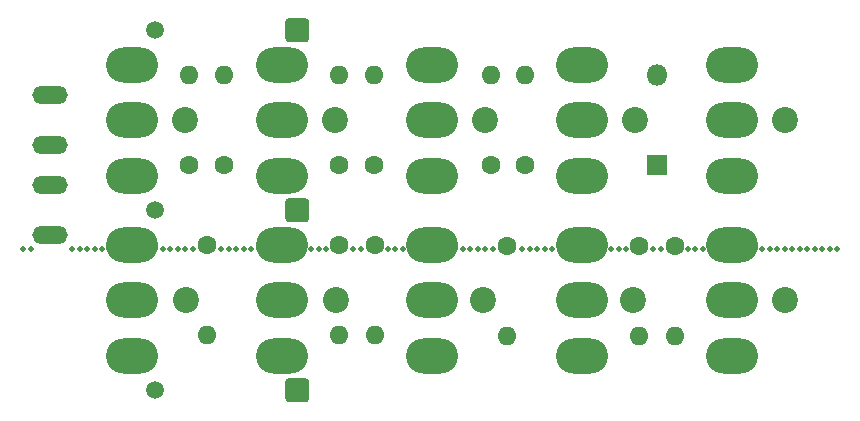
<source format=gbr>
%TF.GenerationSoftware,KiCad,Pcbnew,(5.1.9-0-10_14)*%
%TF.CreationDate,2021-04-30T00:14:49+02:00*%
%TF.ProjectId,CP-PP-miniEVsimulator,43502d50-502d-46d6-996e-69455673696d,rev?*%
%TF.SameCoordinates,Original*%
%TF.FileFunction,Soldermask,Bot*%
%TF.FilePolarity,Negative*%
%FSLAX46Y46*%
G04 Gerber Fmt 4.6, Leading zero omitted, Abs format (unit mm)*
G04 Created by KiCad (PCBNEW (5.1.9-0-10_14)) date 2021-04-30 00:14:49*
%MOMM*%
%LPD*%
G01*
G04 APERTURE LIST*
%ADD10O,3.000000X1.500000*%
%ADD11O,1.600000X1.600000*%
%ADD12C,1.600000*%
%ADD13C,2.200000*%
%ADD14C,0.500000*%
%ADD15O,4.400000X3.000000*%
%ADD16C,1.500000*%
%ADD17R,1.800000X1.800000*%
%ADD18O,1.800000X1.800000*%
G04 APERTURE END LIST*
D10*
%TO.C,REF\u002A\u002A*%
X94615000Y-141800000D03*
X94615000Y-137600000D03*
%TD*%
%TO.C,REF\u002A\u002A*%
X94615000Y-134180000D03*
X94615000Y-129980000D03*
%TD*%
D11*
%TO.C,R4*%
X131950000Y-128230000D03*
D12*
X131950000Y-135850000D03*
%TD*%
D13*
%TO.C,REF\u002A\u002A*%
X156845000Y-132080000D03*
%TD*%
D14*
%TO.C,mouse-bite-in-2mm-slot*%
X154305000Y-142938500D03*
%TD*%
%TO.C,mouse-bite-in-2mm-slot*%
X150558500Y-142938500D03*
%TD*%
%TO.C,mouse-bite-in-2mm-slot*%
X141541500Y-142938500D03*
%TD*%
%TO.C,mouse-bite-in-2mm-slot*%
X137795000Y-142938500D03*
%TD*%
%TO.C,mouse-bite-in-2mm-slot*%
X128968500Y-142938500D03*
%TD*%
%TO.C,mouse-bite-in-2mm-slot*%
X125158500Y-142938500D03*
%TD*%
%TO.C,mouse-bite-in-2mm-slot*%
X116141500Y-142938500D03*
%TD*%
%TO.C,mouse-bite-in-2mm-slot*%
X112331500Y-142938500D03*
%TD*%
%TO.C,mouse-bite-in-2mm-slot*%
X99631500Y-142938500D03*
%TD*%
%TO.C,mouse-bite-in-2mm-slot*%
X103568500Y-142938500D03*
%TD*%
%TO.C,mouse-bite-in-2mm-slot*%
X96520000Y-142938500D03*
%TD*%
%TO.C,mouse-bite-in-2mm-slot*%
X93027500Y-142938500D03*
%TD*%
%TO.C,mouse-bite-in-2mm-slot*%
X92392500Y-142938500D03*
%TD*%
%TO.C,mouse-bite-in-2mm-slot*%
X97155000Y-142938500D03*
%TD*%
%TO.C,mouse-bite-in-2mm-slot*%
X99060000Y-142938500D03*
%TD*%
%TO.C,mouse-bite-in-2mm-slot*%
X98425000Y-142938500D03*
%TD*%
%TO.C,mouse-bite-in-2mm-slot*%
X97790000Y-142938500D03*
%TD*%
%TO.C,mouse-bite-in-2mm-slot*%
X104838500Y-142938500D03*
%TD*%
%TO.C,mouse-bite-in-2mm-slot*%
X104203500Y-142938500D03*
%TD*%
%TO.C,mouse-bite-in-2mm-slot*%
X109791500Y-142938500D03*
%TD*%
%TO.C,mouse-bite-in-2mm-slot*%
X109156500Y-142938500D03*
%TD*%
%TO.C,mouse-bite-in-2mm-slot*%
X111696500Y-142938500D03*
%TD*%
%TO.C,mouse-bite-in-2mm-slot*%
X111061500Y-142938500D03*
%TD*%
%TO.C,mouse-bite-in-2mm-slot*%
X110426500Y-142938500D03*
%TD*%
%TO.C,mouse-bite-in-2mm-slot*%
X106743500Y-142938500D03*
%TD*%
%TO.C,mouse-bite-in-2mm-slot*%
X106108500Y-142938500D03*
%TD*%
%TO.C,mouse-bite-in-2mm-slot*%
X105473500Y-142938500D03*
%TD*%
%TO.C,mouse-bite-in-2mm-slot*%
X116776500Y-142938500D03*
%TD*%
%TO.C,mouse-bite-in-2mm-slot*%
X118046500Y-142938500D03*
%TD*%
%TO.C,mouse-bite-in-2mm-slot*%
X117411500Y-142938500D03*
%TD*%
%TO.C,mouse-bite-in-2mm-slot*%
X123253500Y-142938500D03*
%TD*%
%TO.C,mouse-bite-in-2mm-slot*%
X124523500Y-142938500D03*
%TD*%
%TO.C,mouse-bite-in-2mm-slot*%
X123888500Y-142938500D03*
%TD*%
%TO.C,mouse-bite-in-2mm-slot*%
X120967500Y-142938500D03*
%TD*%
%TO.C,mouse-bite-in-2mm-slot*%
X120332500Y-142938500D03*
%TD*%
%TO.C,mouse-bite-in-2mm-slot*%
X160020000Y-142938500D03*
%TD*%
%TO.C,mouse-bite-in-2mm-slot*%
X161290000Y-142938500D03*
%TD*%
%TO.C,mouse-bite-in-2mm-slot*%
X160655000Y-142938500D03*
%TD*%
%TO.C,mouse-bite-in-2mm-slot*%
X157480000Y-142938500D03*
%TD*%
%TO.C,mouse-bite-in-2mm-slot*%
X159385000Y-142938500D03*
%TD*%
%TO.C,mouse-bite-in-2mm-slot*%
X158750000Y-142938500D03*
%TD*%
%TO.C,mouse-bite-in-2mm-slot*%
X158115000Y-142938500D03*
%TD*%
%TO.C,mouse-bite-in-2mm-slot*%
X154940000Y-142938500D03*
%TD*%
%TO.C,mouse-bite-in-2mm-slot*%
X156845000Y-142938500D03*
%TD*%
%TO.C,mouse-bite-in-2mm-slot*%
X156210000Y-142938500D03*
%TD*%
%TO.C,mouse-bite-in-2mm-slot*%
X155575000Y-142938500D03*
%TD*%
%TO.C,mouse-bite-in-2mm-slot*%
X146367500Y-142938500D03*
%TD*%
%TO.C,mouse-bite-in-2mm-slot*%
X145732500Y-142938500D03*
%TD*%
%TO.C,mouse-bite-in-2mm-slot*%
X149923500Y-142938500D03*
%TD*%
%TO.C,mouse-bite-in-2mm-slot*%
X149288500Y-142938500D03*
%TD*%
%TO.C,mouse-bite-in-2mm-slot*%
X148653500Y-142938500D03*
%TD*%
%TO.C,mouse-bite-in-2mm-slot*%
X143446500Y-142938500D03*
%TD*%
%TO.C,mouse-bite-in-2mm-slot*%
X142811500Y-142938500D03*
%TD*%
%TO.C,mouse-bite-in-2mm-slot*%
X142176500Y-142938500D03*
%TD*%
%TO.C,mouse-bite-in-2mm-slot*%
X135255000Y-142938500D03*
%TD*%
%TO.C,mouse-bite-in-2mm-slot*%
X134620000Y-142938500D03*
%TD*%
%TO.C,mouse-bite-in-2mm-slot*%
X137160000Y-142938500D03*
%TD*%
%TO.C,mouse-bite-in-2mm-slot*%
X136525000Y-142938500D03*
%TD*%
%TO.C,mouse-bite-in-2mm-slot*%
X135890000Y-142938500D03*
%TD*%
%TO.C,mouse-bite-in-2mm-slot*%
X132143500Y-142938500D03*
%TD*%
%TO.C,mouse-bite-in-2mm-slot*%
X131508500Y-142938500D03*
%TD*%
%TO.C,mouse-bite-in-2mm-slot*%
X130873500Y-142938500D03*
%TD*%
%TO.C,mouse-bite-in-2mm-slot*%
X130238500Y-142938500D03*
%TD*%
%TO.C,mouse-bite-in-2mm-slot*%
X129603500Y-142938500D03*
%TD*%
D13*
%TO.C,REF\u002A\u002A*%
X156845000Y-147320000D03*
%TD*%
%TO.C,REF\u002A\u002A*%
X106172000Y-147320000D03*
%TD*%
%TO.C,REF\u002A\u002A*%
X118872000Y-147320000D03*
%TD*%
%TO.C,REF\u002A\u002A*%
X131318000Y-147320000D03*
%TD*%
%TO.C,REF\u002A\u002A*%
X144018000Y-147320000D03*
%TD*%
D15*
%TO.C,S10*%
X152400000Y-142620000D03*
X152400000Y-147320000D03*
X152400000Y-152020000D03*
%TD*%
%TO.C,S9*%
X139700000Y-142620000D03*
X139700000Y-147320000D03*
X139700000Y-152020000D03*
%TD*%
%TO.C,S8*%
X127000000Y-142620000D03*
X127000000Y-147320000D03*
X127000000Y-152020000D03*
%TD*%
%TO.C,S7*%
X114300000Y-142620000D03*
X114300000Y-147320000D03*
X114300000Y-152020000D03*
%TD*%
%TO.C,S6*%
X101600000Y-142620000D03*
X101600000Y-147320000D03*
X101600000Y-152020000D03*
%TD*%
D11*
%TO.C,R10*%
X147574000Y-150368000D03*
D12*
X147574000Y-142748000D03*
%TD*%
D11*
%TO.C,R9*%
X144526000Y-150368000D03*
D12*
X144526000Y-142748000D03*
%TD*%
D11*
%TO.C,R8*%
X133350000Y-150368000D03*
D12*
X133350000Y-142748000D03*
%TD*%
D11*
%TO.C,Ra7*%
X119126000Y-150241000D03*
D12*
X119126000Y-142621000D03*
%TD*%
D11*
%TO.C,R7*%
X122174000Y-150241000D03*
D12*
X122174000Y-142621000D03*
%TD*%
D11*
%TO.C,R6*%
X107950000Y-150241000D03*
D12*
X107950000Y-142621000D03*
%TD*%
D16*
%TO.C,J3*%
X103570000Y-154940000D03*
G36*
G01*
X116320000Y-155940000D02*
X114820000Y-155940000D01*
G75*
G02*
X114570000Y-155690000I0J250000D01*
G01*
X114570000Y-154190000D01*
G75*
G02*
X114820000Y-153940000I250000J0D01*
G01*
X116320000Y-153940000D01*
G75*
G02*
X116570000Y-154190000I0J-250000D01*
G01*
X116570000Y-155690000D01*
G75*
G02*
X116320000Y-155940000I-250000J0D01*
G01*
G37*
%TD*%
%TO.C,J1*%
G36*
G01*
X116320000Y-125460000D02*
X114820000Y-125460000D01*
G75*
G02*
X114570000Y-125210000I0J250000D01*
G01*
X114570000Y-123710000D01*
G75*
G02*
X114820000Y-123460000I250000J0D01*
G01*
X116320000Y-123460000D01*
G75*
G02*
X116570000Y-123710000I0J-250000D01*
G01*
X116570000Y-125210000D01*
G75*
G02*
X116320000Y-125460000I-250000J0D01*
G01*
G37*
X103570000Y-124460000D03*
%TD*%
D17*
%TO.C,D5*%
X146050000Y-135890000D03*
D18*
X146050000Y-128270000D03*
%TD*%
D12*
%TO.C,R1*%
X134850000Y-135870000D03*
D11*
X134850000Y-128250000D03*
%TD*%
D12*
%TO.C,R2*%
X106426000Y-135890000D03*
D11*
X106426000Y-128270000D03*
%TD*%
D12*
%TO.C,Ra2*%
X109410500Y-135890000D03*
D11*
X109410500Y-128270000D03*
%TD*%
D12*
%TO.C,R3*%
X119150000Y-135890000D03*
D11*
X119150000Y-128270000D03*
%TD*%
D12*
%TO.C,Ra4*%
X122100000Y-135890000D03*
D11*
X122100000Y-128270000D03*
%TD*%
%TO.C,J2*%
G36*
G01*
X116320000Y-140700000D02*
X114820000Y-140700000D01*
G75*
G02*
X114570000Y-140450000I0J250000D01*
G01*
X114570000Y-138950000D01*
G75*
G02*
X114820000Y-138700000I250000J0D01*
G01*
X116320000Y-138700000D01*
G75*
G02*
X116570000Y-138950000I0J-250000D01*
G01*
X116570000Y-140450000D01*
G75*
G02*
X116320000Y-140700000I-250000J0D01*
G01*
G37*
D16*
X103570000Y-139700000D03*
%TD*%
D15*
%TO.C,S2*%
X114300000Y-136780000D03*
X114300000Y-132080000D03*
X114300000Y-127380000D03*
%TD*%
%TO.C,S3*%
X127000000Y-136780000D03*
X127000000Y-132080000D03*
X127000000Y-127380000D03*
%TD*%
%TO.C,S4*%
X139700000Y-136780000D03*
X139700000Y-132080000D03*
X139700000Y-127380000D03*
%TD*%
%TO.C,S5*%
X152400000Y-136780000D03*
X152400000Y-132080000D03*
X152400000Y-127380000D03*
%TD*%
%TO.C,S1*%
X101600000Y-136780000D03*
X101600000Y-132080000D03*
X101600000Y-127380000D03*
%TD*%
D13*
%TO.C,REF\u002A\u002A*%
X144145000Y-132080000D03*
%TD*%
%TO.C,REF\u002A\u002A*%
X131445000Y-132080000D03*
%TD*%
%TO.C,REF\u002A\u002A*%
X118745000Y-132080000D03*
%TD*%
%TO.C,REF\u002A\u002A*%
X106045000Y-132080000D03*
%TD*%
M02*

</source>
